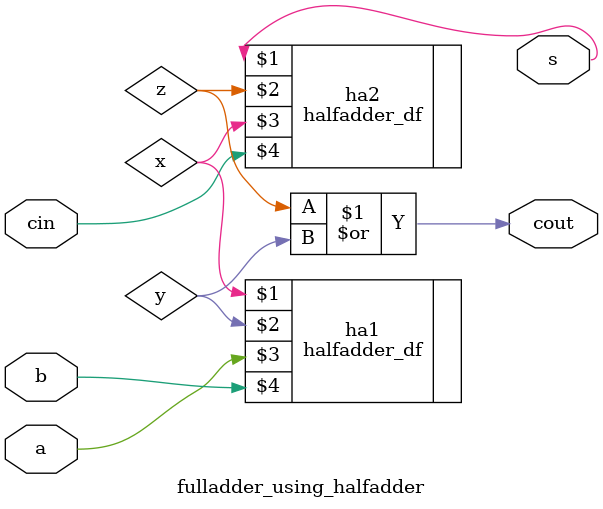
<source format=v>
`timescale 1ns / 1ps


module fulladder_using_halfadder(s,cout,a,b,cin);
output s,cout;
input a,b,cin;
wire x,y,z;
halfadder_df ha1(x,y,a,b);
halfadder_df ha2(s,z,x,cin);
or (cout,z,y);
endmodule

</source>
